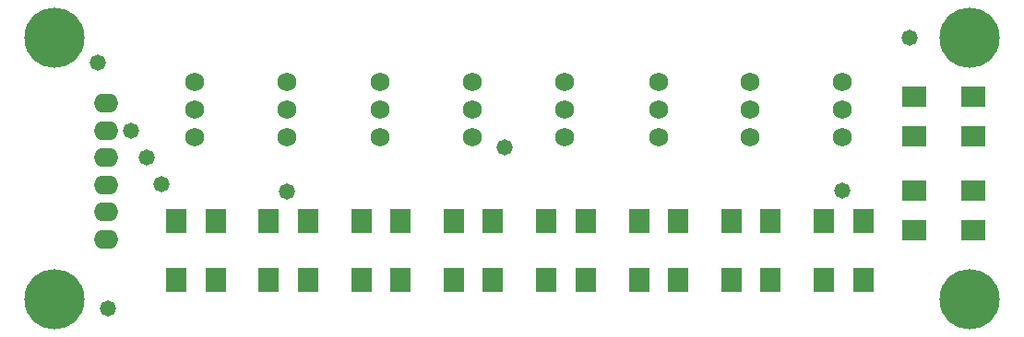
<source format=gts>
G04 Layer_Color=8388736*
%FSLAX25Y25*%
%MOIN*%
G70*
G01*
G75*
%ADD23R,0.07493X0.08674*%
%ADD24R,0.08674X0.07493*%
%ADD25O,0.08800X0.06800*%
%ADD26C,0.06800*%
%ADD27C,0.21745*%
%ADD28C,0.05800*%
D23*
X70000Y18740D02*
D03*
X55827D02*
D03*
Y40000D02*
D03*
X70000D02*
D03*
X304000Y18740D02*
D03*
X289827D02*
D03*
Y40000D02*
D03*
X304000D02*
D03*
X270571Y18740D02*
D03*
X256398D02*
D03*
Y40000D02*
D03*
X270571D02*
D03*
X237143Y18740D02*
D03*
X222970D02*
D03*
Y40000D02*
D03*
X237143D02*
D03*
X203714Y18740D02*
D03*
X189541D02*
D03*
Y40000D02*
D03*
X203714D02*
D03*
X170286Y18740D02*
D03*
X156113D02*
D03*
Y40000D02*
D03*
X170286D02*
D03*
X136857Y18740D02*
D03*
X122684D02*
D03*
Y40000D02*
D03*
X136857D02*
D03*
X103429Y18740D02*
D03*
X89255D02*
D03*
Y40000D02*
D03*
X103429D02*
D03*
D24*
X343760Y85000D02*
D03*
Y70827D02*
D03*
X322500D02*
D03*
Y85000D02*
D03*
X343760Y51000D02*
D03*
Y36827D02*
D03*
X322500D02*
D03*
Y51000D02*
D03*
D25*
X30606Y33366D02*
D03*
Y43209D02*
D03*
Y53051D02*
D03*
Y62894D02*
D03*
Y72736D02*
D03*
Y82579D02*
D03*
D26*
X296379Y70210D02*
D03*
Y80210D02*
D03*
Y90210D02*
D03*
X263079Y70210D02*
D03*
Y80210D02*
D03*
Y90210D02*
D03*
X229979Y70210D02*
D03*
Y80210D02*
D03*
Y90210D02*
D03*
X196279Y70210D02*
D03*
Y80210D02*
D03*
Y90210D02*
D03*
X162879Y70210D02*
D03*
Y80210D02*
D03*
Y90210D02*
D03*
X129479Y70210D02*
D03*
Y80210D02*
D03*
Y90210D02*
D03*
X95679Y70210D02*
D03*
Y80210D02*
D03*
Y90210D02*
D03*
X62479Y70210D02*
D03*
Y80210D02*
D03*
Y90210D02*
D03*
D27*
X11811Y11811D02*
D03*
Y106299D02*
D03*
X342520D02*
D03*
Y11811D02*
D03*
D28*
X44980Y62992D02*
D03*
X39567Y72835D02*
D03*
X50295Y53248D02*
D03*
X174427Y66716D02*
D03*
X31102Y8465D02*
D03*
X95669Y50787D02*
D03*
X296457Y51181D02*
D03*
X27500Y97500D02*
D03*
X320866Y106299D02*
D03*
M02*

</source>
